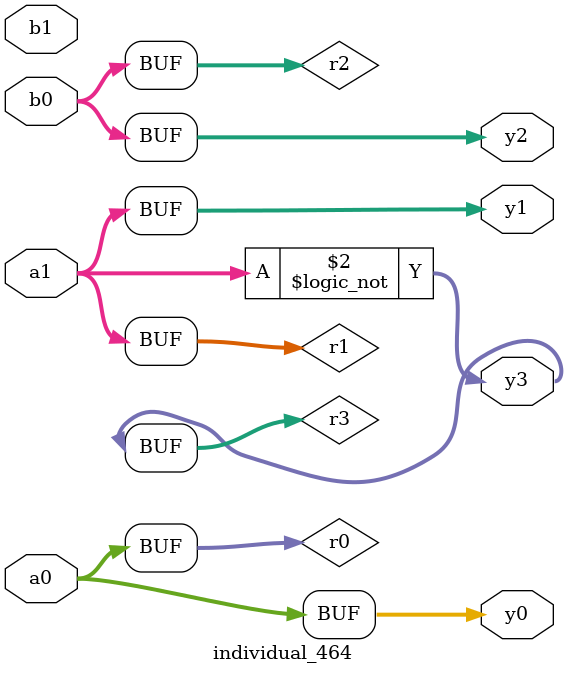
<source format=sv>
module individual_464(input logic [15:0] a1, input logic [15:0] a0, input logic [15:0] b1, input logic [15:0] b0, output logic [15:0] y3, output logic [15:0] y2, output logic [15:0] y1, output logic [15:0] y0);
logic [15:0] r0, r1, r2, r3; 
 always@(*) begin 
	 r0 = a0; r1 = a1; r2 = b0; r3 = b1; 
 	 r3 = ! r1 ;
 	 y3 = r3; y2 = r2; y1 = r1; y0 = r0; 
end
endmodule
</source>
